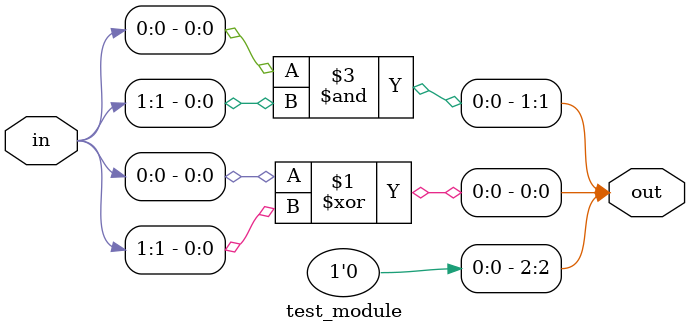
<source format=sv>
module test_module(
  input  logic [1:0] in,
  output logic [2:0] out
);

  assign out[0] = in[0] ^ in[1];
  assign out[2] = 1'h0;

  always @* begin
    out[1] = in[0] & in[1];
  end

endmodule

</source>
